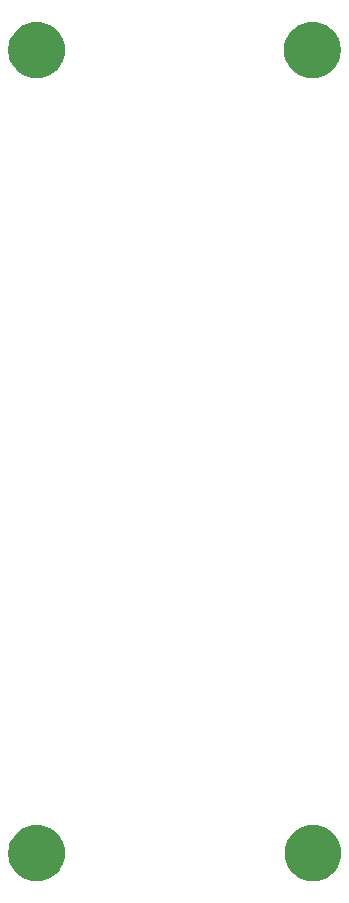
<source format=gbr>
G04 #@! TF.GenerationSoftware,KiCad,Pcbnew,9.0.1*
G04 #@! TF.CreationDate,2025-10-05T20:23:01+13:00*
G04 #@! TF.ProjectId,covers,636f7665-7273-42e6-9b69-6361645f7063,rev?*
G04 #@! TF.SameCoordinates,Original*
G04 #@! TF.FileFunction,Soldermask,Top*
G04 #@! TF.FilePolarity,Negative*
%FSLAX46Y46*%
G04 Gerber Fmt 4.6, Leading zero omitted, Abs format (unit mm)*
G04 Created by KiCad (PCBNEW 9.0.1) date 2025-10-05 20:23:01*
%MOMM*%
%LPD*%
G01*
G04 APERTURE LIST*
G04 APERTURE END LIST*
G36*
X109202182Y-107682924D02*
G01*
X109464682Y-107742838D01*
X109718823Y-107831765D01*
X109961409Y-107948589D01*
X110189390Y-108091838D01*
X110399898Y-108259713D01*
X110590287Y-108450102D01*
X110758162Y-108660610D01*
X110901411Y-108888591D01*
X111018235Y-109131177D01*
X111107162Y-109385318D01*
X111167076Y-109647818D01*
X111197223Y-109915375D01*
X111197223Y-110184625D01*
X111167076Y-110452182D01*
X111107162Y-110714682D01*
X111018235Y-110968823D01*
X110901411Y-111211409D01*
X110758162Y-111439390D01*
X110590287Y-111649898D01*
X110399898Y-111840287D01*
X110189390Y-112008162D01*
X109961409Y-112151411D01*
X109718823Y-112268235D01*
X109464682Y-112357162D01*
X109202182Y-112417076D01*
X108934625Y-112447223D01*
X108665375Y-112447223D01*
X108397818Y-112417076D01*
X108135318Y-112357162D01*
X107881177Y-112268235D01*
X107638591Y-112151411D01*
X107410610Y-112008162D01*
X107200102Y-111840287D01*
X107009713Y-111649898D01*
X106841838Y-111439390D01*
X106698589Y-111211409D01*
X106581765Y-110968823D01*
X106492838Y-110714682D01*
X106432924Y-110452182D01*
X106402777Y-110184625D01*
X106402777Y-109915375D01*
X106432924Y-109647818D01*
X106492838Y-109385318D01*
X106581765Y-109131177D01*
X106698589Y-108888591D01*
X106841838Y-108660610D01*
X107009713Y-108450102D01*
X107200102Y-108259713D01*
X107410610Y-108091838D01*
X107638591Y-107948589D01*
X107881177Y-107831765D01*
X108135318Y-107742838D01*
X108397818Y-107682924D01*
X108665375Y-107652777D01*
X108934625Y-107652777D01*
X109202182Y-107682924D01*
G37*
G36*
X132602182Y-107682924D02*
G01*
X132864682Y-107742838D01*
X133118823Y-107831765D01*
X133361409Y-107948589D01*
X133589390Y-108091838D01*
X133799898Y-108259713D01*
X133990287Y-108450102D01*
X134158162Y-108660610D01*
X134301411Y-108888591D01*
X134418235Y-109131177D01*
X134507162Y-109385318D01*
X134567076Y-109647818D01*
X134597223Y-109915375D01*
X134597223Y-110184625D01*
X134567076Y-110452182D01*
X134507162Y-110714682D01*
X134418235Y-110968823D01*
X134301411Y-111211409D01*
X134158162Y-111439390D01*
X133990287Y-111649898D01*
X133799898Y-111840287D01*
X133589390Y-112008162D01*
X133361409Y-112151411D01*
X133118823Y-112268235D01*
X132864682Y-112357162D01*
X132602182Y-112417076D01*
X132334625Y-112447223D01*
X132065375Y-112447223D01*
X131797818Y-112417076D01*
X131535318Y-112357162D01*
X131281177Y-112268235D01*
X131038591Y-112151411D01*
X130810610Y-112008162D01*
X130600102Y-111840287D01*
X130409713Y-111649898D01*
X130241838Y-111439390D01*
X130098589Y-111211409D01*
X129981765Y-110968823D01*
X129892838Y-110714682D01*
X129832924Y-110452182D01*
X129802777Y-110184625D01*
X129802777Y-109915375D01*
X129832924Y-109647818D01*
X129892838Y-109385318D01*
X129981765Y-109131177D01*
X130098589Y-108888591D01*
X130241838Y-108660610D01*
X130409713Y-108450102D01*
X130600102Y-108259713D01*
X130810610Y-108091838D01*
X131038591Y-107948589D01*
X131281177Y-107831765D01*
X131535318Y-107742838D01*
X131797818Y-107682924D01*
X132065375Y-107652777D01*
X132334625Y-107652777D01*
X132602182Y-107682924D01*
G37*
G36*
X109202182Y-39682924D02*
G01*
X109464682Y-39742838D01*
X109718823Y-39831765D01*
X109961409Y-39948589D01*
X110189390Y-40091838D01*
X110399898Y-40259713D01*
X110590287Y-40450102D01*
X110758162Y-40660610D01*
X110901411Y-40888591D01*
X111018235Y-41131177D01*
X111107162Y-41385318D01*
X111167076Y-41647818D01*
X111197223Y-41915375D01*
X111197223Y-42184625D01*
X111167076Y-42452182D01*
X111107162Y-42714682D01*
X111018235Y-42968823D01*
X110901411Y-43211409D01*
X110758162Y-43439390D01*
X110590287Y-43649898D01*
X110399898Y-43840287D01*
X110189390Y-44008162D01*
X109961409Y-44151411D01*
X109718823Y-44268235D01*
X109464682Y-44357162D01*
X109202182Y-44417076D01*
X108934625Y-44447223D01*
X108665375Y-44447223D01*
X108397818Y-44417076D01*
X108135318Y-44357162D01*
X107881177Y-44268235D01*
X107638591Y-44151411D01*
X107410610Y-44008162D01*
X107200102Y-43840287D01*
X107009713Y-43649898D01*
X106841838Y-43439390D01*
X106698589Y-43211409D01*
X106581765Y-42968823D01*
X106492838Y-42714682D01*
X106432924Y-42452182D01*
X106402777Y-42184625D01*
X106402777Y-41915375D01*
X106432924Y-41647818D01*
X106492838Y-41385318D01*
X106581765Y-41131177D01*
X106698589Y-40888591D01*
X106841838Y-40660610D01*
X107009713Y-40450102D01*
X107200102Y-40259713D01*
X107410610Y-40091838D01*
X107638591Y-39948589D01*
X107881177Y-39831765D01*
X108135318Y-39742838D01*
X108397818Y-39682924D01*
X108665375Y-39652777D01*
X108934625Y-39652777D01*
X109202182Y-39682924D01*
G37*
G36*
X132552182Y-39682924D02*
G01*
X132814682Y-39742838D01*
X133068823Y-39831765D01*
X133311409Y-39948589D01*
X133539390Y-40091838D01*
X133749898Y-40259713D01*
X133940287Y-40450102D01*
X134108162Y-40660610D01*
X134251411Y-40888591D01*
X134368235Y-41131177D01*
X134457162Y-41385318D01*
X134517076Y-41647818D01*
X134547223Y-41915375D01*
X134547223Y-42184625D01*
X134517076Y-42452182D01*
X134457162Y-42714682D01*
X134368235Y-42968823D01*
X134251411Y-43211409D01*
X134108162Y-43439390D01*
X133940287Y-43649898D01*
X133749898Y-43840287D01*
X133539390Y-44008162D01*
X133311409Y-44151411D01*
X133068823Y-44268235D01*
X132814682Y-44357162D01*
X132552182Y-44417076D01*
X132284625Y-44447223D01*
X132015375Y-44447223D01*
X131747818Y-44417076D01*
X131485318Y-44357162D01*
X131231177Y-44268235D01*
X130988591Y-44151411D01*
X130760610Y-44008162D01*
X130550102Y-43840287D01*
X130359713Y-43649898D01*
X130191838Y-43439390D01*
X130048589Y-43211409D01*
X129931765Y-42968823D01*
X129842838Y-42714682D01*
X129782924Y-42452182D01*
X129752777Y-42184625D01*
X129752777Y-41915375D01*
X129782924Y-41647818D01*
X129842838Y-41385318D01*
X129931765Y-41131177D01*
X130048589Y-40888591D01*
X130191838Y-40660610D01*
X130359713Y-40450102D01*
X130550102Y-40259713D01*
X130760610Y-40091838D01*
X130988591Y-39948589D01*
X131231177Y-39831765D01*
X131485318Y-39742838D01*
X131747818Y-39682924D01*
X132015375Y-39652777D01*
X132284625Y-39652777D01*
X132552182Y-39682924D01*
G37*
M02*

</source>
